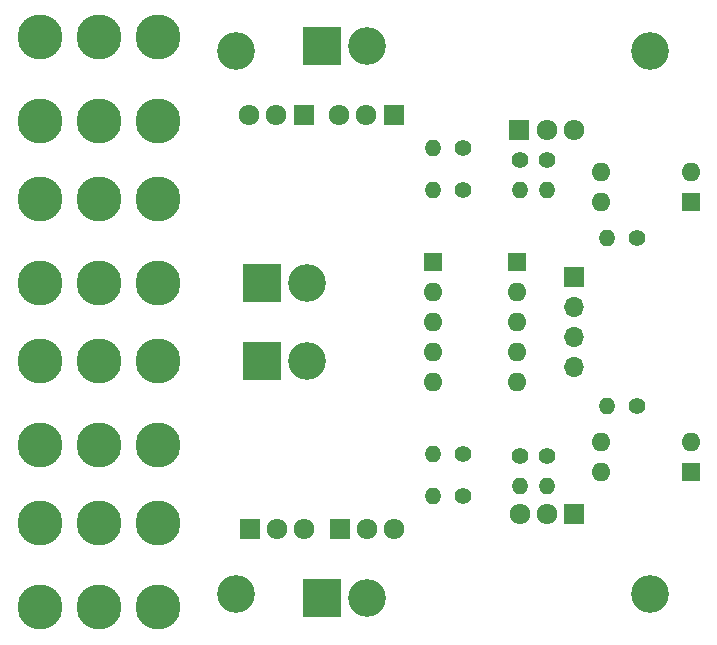
<source format=gbs>
G04 #@! TF.GenerationSoftware,KiCad,Pcbnew,(5.1.7)-1*
G04 #@! TF.CreationDate,2021-12-05T21:20:24+09:00*
G04 #@! TF.ProjectId,DMD-10,444d442d-3130-42e6-9b69-6361645f7063,rev?*
G04 #@! TF.SameCoordinates,Original*
G04 #@! TF.FileFunction,Soldermask,Bot*
G04 #@! TF.FilePolarity,Negative*
%FSLAX46Y46*%
G04 Gerber Fmt 4.6, Leading zero omitted, Abs format (unit mm)*
G04 Created by KiCad (PCBNEW (5.1.7)-1) date 2021-12-05 21:20:24*
%MOMM*%
%LPD*%
G01*
G04 APERTURE LIST*
%ADD10C,3.200000*%
%ADD11O,1.600000X1.600000*%
%ADD12R,1.600000X1.600000*%
%ADD13O,1.400000X1.400000*%
%ADD14C,1.400000*%
%ADD15O,1.717500X1.800000*%
%ADD16R,1.717500X1.800000*%
%ADD17C,3.800000*%
%ADD18O,1.700000X1.700000*%
%ADD19R,1.700000X1.700000*%
%ADD20O,3.200000X3.200000*%
%ADD21R,3.200000X3.200000*%
G04 APERTURE END LIST*
D10*
G04 #@! TO.C,REF\u002A\u002A*
X103802000Y-118802000D03*
G04 #@! TD*
G04 #@! TO.C,REF\u002A\u002A*
X68802000Y-118802000D03*
G04 #@! TD*
G04 #@! TO.C,REF\u002A\u002A*
X68802000Y-72802000D03*
G04 #@! TD*
G04 #@! TO.C,REF\u002A\u002A*
X103802000Y-72802000D03*
G04 #@! TD*
D11*
G04 #@! TO.C,U2*
X99630000Y-108502000D03*
X107250000Y-105962000D03*
X99630000Y-105962000D03*
D12*
X107250000Y-108502000D03*
G04 #@! TD*
D11*
G04 #@! TO.C,U1*
X99630000Y-85642000D03*
X107250000Y-83102000D03*
X99630000Y-83102000D03*
D12*
X107250000Y-85642000D03*
G04 #@! TD*
G04 #@! TO.C,RN1*
X92518000Y-90722000D03*
D11*
X92518000Y-93262000D03*
X92518000Y-95802000D03*
X92518000Y-98342000D03*
X92518000Y-100882000D03*
G04 #@! TD*
G04 #@! TO.C,RN2*
X85406000Y-100882000D03*
X85406000Y-98342000D03*
X85406000Y-95802000D03*
X85406000Y-93262000D03*
D12*
X85406000Y-90722000D03*
G04 #@! TD*
D13*
G04 #@! TO.C,R10*
X85406000Y-110534000D03*
D14*
X87946000Y-110534000D03*
G04 #@! TD*
D13*
G04 #@! TO.C,R9*
X85406000Y-106978000D03*
D14*
X87946000Y-106978000D03*
G04 #@! TD*
D13*
G04 #@! TO.C,R8*
X85406000Y-81070000D03*
D14*
X87946000Y-81070000D03*
G04 #@! TD*
D13*
G04 #@! TO.C,R7*
X85406000Y-84626000D03*
D14*
X87946000Y-84626000D03*
G04 #@! TD*
D13*
G04 #@! TO.C,R6*
X92772000Y-109645000D03*
D14*
X92772000Y-107105000D03*
G04 #@! TD*
D13*
G04 #@! TO.C,R5*
X92772000Y-84626000D03*
D14*
X92772000Y-82086000D03*
G04 #@! TD*
D13*
G04 #@! TO.C,R4*
X95058000Y-109645000D03*
D14*
X95058000Y-107105000D03*
G04 #@! TD*
D13*
G04 #@! TO.C,R3*
X95058000Y-84626000D03*
D14*
X95058000Y-82086000D03*
G04 #@! TD*
D13*
G04 #@! TO.C,R2*
X100138000Y-102914000D03*
D14*
X102678000Y-102914000D03*
G04 #@! TD*
D13*
G04 #@! TO.C,R1*
X100138000Y-88690000D03*
D14*
X102678000Y-88690000D03*
G04 #@! TD*
D15*
G04 #@! TO.C,Q6*
X82112000Y-113328000D03*
X79822000Y-113328000D03*
D16*
X77532000Y-113328000D03*
G04 #@! TD*
D15*
G04 #@! TO.C,Q5*
X74492000Y-113328000D03*
X72202000Y-113328000D03*
D16*
X69912000Y-113328000D03*
G04 #@! TD*
D15*
G04 #@! TO.C,Q4*
X77524000Y-78276000D03*
X79814000Y-78276000D03*
D16*
X82104000Y-78276000D03*
G04 #@! TD*
D15*
G04 #@! TO.C,Q3*
X69904000Y-78276000D03*
X72194000Y-78276000D03*
D16*
X74484000Y-78276000D03*
G04 #@! TD*
D15*
G04 #@! TO.C,Q2*
X92772000Y-112058000D03*
X95062000Y-112058000D03*
D16*
X97352000Y-112058000D03*
G04 #@! TD*
D15*
G04 #@! TO.C,Q1*
X97348000Y-79546000D03*
X95058000Y-79546000D03*
D16*
X92768000Y-79546000D03*
G04 #@! TD*
D17*
G04 #@! TO.C,J4*
X62132000Y-112820000D03*
X57132000Y-112820000D03*
X52132000Y-112820000D03*
X62132000Y-119920000D03*
X57132000Y-119920000D03*
X52132000Y-119920000D03*
G04 #@! TD*
G04 #@! TO.C,J1*
X62132000Y-71684000D03*
X57132000Y-71684000D03*
X52132000Y-71684000D03*
X62132000Y-78784000D03*
X57132000Y-78784000D03*
X52132000Y-78784000D03*
G04 #@! TD*
D18*
G04 #@! TO.C,J5*
X97344000Y-99612000D03*
X97344000Y-97072000D03*
X97344000Y-94532000D03*
D19*
X97344000Y-91992000D03*
G04 #@! TD*
D17*
G04 #@! TO.C,J3*
X62132000Y-99104000D03*
X57132000Y-99104000D03*
X52132000Y-99104000D03*
X62132000Y-106204000D03*
X57132000Y-106204000D03*
X52132000Y-106204000D03*
G04 #@! TD*
G04 #@! TO.C,J2*
X62132000Y-85400000D03*
X57132000Y-85400000D03*
X52132000Y-85400000D03*
X62132000Y-92500000D03*
X57132000Y-92500000D03*
X52132000Y-92500000D03*
G04 #@! TD*
D20*
G04 #@! TO.C,D4*
X79818000Y-119170000D03*
D21*
X76008000Y-119170000D03*
G04 #@! TD*
D20*
G04 #@! TO.C,D3*
X74738000Y-99104000D03*
D21*
X70928000Y-99104000D03*
G04 #@! TD*
D20*
G04 #@! TO.C,D2*
X79818000Y-72434000D03*
D21*
X76008000Y-72434000D03*
G04 #@! TD*
D20*
G04 #@! TO.C,D1*
X74738000Y-92500000D03*
D21*
X70928000Y-92500000D03*
G04 #@! TD*
M02*

</source>
